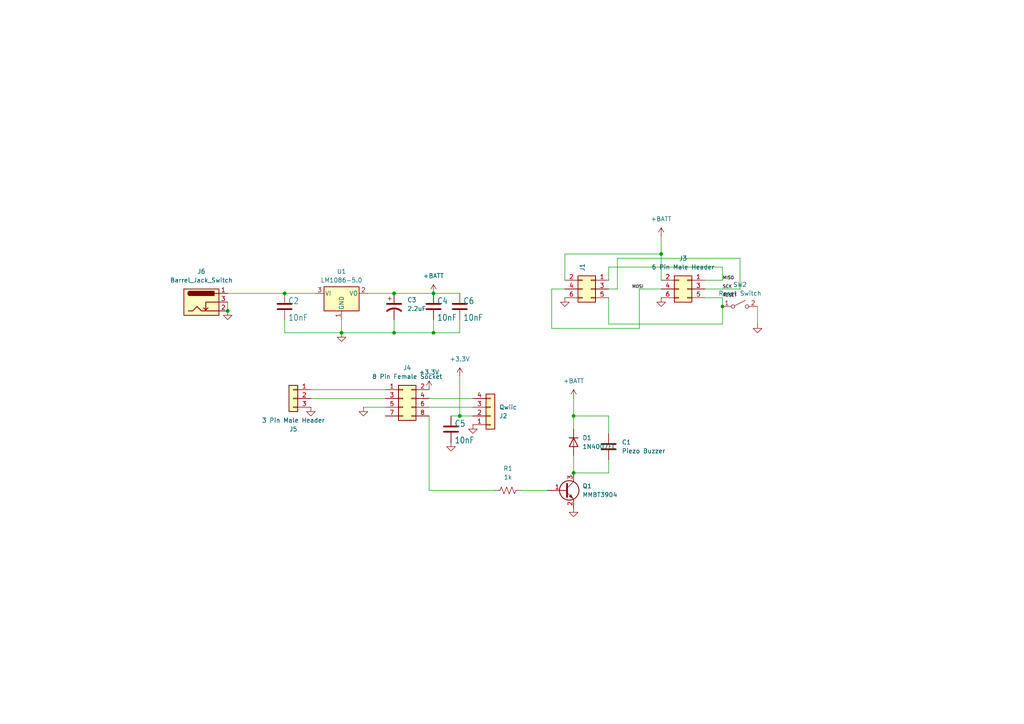
<source format=kicad_sch>
(kicad_sch (version 20231120) (generator "eeschema") (generator_version "8.0")
  (paper "A4")
  (lib_symbols
    (symbol "Connector:Barrel_Jack_Switch" (pin_names hide)
      (property "Reference" "J" (at 0 5.334 0))
      (property "Value" "Barrel_Jack_Switch" (at 0 -5.08 0))
      (symbol "Barrel_Jack_Switch_0_1"
        (rectangle (start -5.08 3.81) (end 5.08 -3.81) (stroke (width 0.254)) (fill (type background)))
        (arc (start -3.302 3.175) (mid -3.9343 2.54) (end -3.302 1.905) (stroke (width 0.254)))
        (arc (start -3.302 3.175) (mid -3.9343 2.54) (end -3.302 1.905) (stroke (width 0.254)) (fill (type outline)))
        (polyline (pts (xy 1.27 -2.286) (xy 1.905 -1.651)) (stroke (width 0.254)))
        (polyline (pts (xy 5.08 2.54) (xy 3.81 2.54)) (stroke (width 0.254)))
        (polyline (pts (xy 5.08 0) (xy 1.27 0) (xy 1.27 -2.286) (xy 0.635 -1.651)) (stroke (width 0.254)))
        (polyline (pts (xy -3.81 -2.54) (xy -2.54 -2.54) (xy -1.27 -1.27) (xy 0 -2.54) (xy 2.54 -2.54) (xy 5.08 -2.54)) (stroke (width 0.254)))
        (rectangle (start 3.683 3.175) (end -3.302 1.905) (stroke (width 0.254)) (fill (type outline)))
      )
      (symbol "Barrel_Jack_Switch_1_1"
        (pin passive line (at 7.62 2.54 180) (length 2.54) (name "~") (number "1"))
        (pin passive line (at 7.62 -2.54 180) (length 2.54) (name "~") (number "2"))
        (pin passive line (at 7.62 0 180) (length 2.54) (name "~") (number "3"))
      )
    )
    (symbol "Connector_Generic:Conn_01x03" (pin_names (offset 1.016) hide)
      (property "Reference" "J" (at 0 5.08 0))
      (property "Value" "Conn_01x03" (at 0 -5.08 0))
      (symbol "Conn_01x03_1_1"
        (rectangle (start -1.27 -2.413) (end 0 -2.667) (stroke (width 0.1524)))
        (rectangle (start -1.27 0.127) (end 0 -0.127) (stroke (width 0.1524)))
        (rectangle (start -1.27 2.667) (end 0 2.413) (stroke (width 0.1524)))
        (rectangle (start -1.27 3.81) (end 1.27 -3.81) (stroke (width 0.254)) (fill (type background)))
        (pin passive line (at -5.08 2.54 0) (length 3.81) (name "Pin_1") (number "1"))
        (pin passive line (at -5.08 0 0) (length 3.81) (name "Pin_2") (number "2"))
        (pin passive line (at -5.08 -2.54 0) (length 3.81) (name "Pin_3") (number "3"))
      )
    )
    (symbol "Connector_Generic:Conn_01x04" (pin_names (offset 1.016) hide)
      (property "Reference" "J" (at 0 5.08 0))
      (property "Value" "Conn_01x04" (at 0 -7.62 0))
      (symbol "Conn_01x04_1_1"
        (rectangle (start -1.27 -4.953) (end 0 -5.207) (stroke (width 0.1524)))
        (rectangle (start -1.27 -2.413) (end 0 -2.667) (stroke (width 0.1524)))
        (rectangle (start -1.27 0.127) (end 0 -0.127) (stroke (width 0.1524)))
        (rectangle (start -1.27 2.667) (end 0 2.413) (stroke (width 0.1524)))
        (rectangle (start -1.27 3.81) (end 1.27 -6.35) (stroke (width 0.254)) (fill (type background)))
        (pin passive line (at -5.08 2.54 0) (length 3.81) (name "Pin_1") (number "1"))
        (pin passive line (at -5.08 0 0) (length 3.81) (name "Pin_2") (number "2"))
        (pin passive line (at -5.08 -2.54 0) (length 3.81) (name "Pin_3") (number "3"))
        (pin passive line (at -5.08 -5.08 0) (length 3.81) (name "Pin_4") (number "4"))
      )
    )
    (symbol "Connector_Generic:Conn_02x03_Odd_Even" (pin_names (offset 1.016) hide)
      (property "Reference" "J" (at 1.27 5.08 0))
      (property "Value" "Conn_02x03_Odd_Even" (at 1.27 -5.08 0))
      (symbol "Conn_02x03_Odd_Even_1_1"
        (rectangle (start -1.27 -2.413) (end 0 -2.667) (stroke (width 0.1524)))
        (rectangle (start -1.27 0.127) (end 0 -0.127) (stroke (width 0.1524)))
        (rectangle (start -1.27 2.667) (end 0 2.413) (stroke (width 0.1524)))
        (rectangle (start -1.27 3.81) (end 3.81 -3.81) (stroke (width 0.254)) (fill (type background)))
        (rectangle (start 3.81 -2.413) (end 2.54 -2.667) (stroke (width 0.1524)))
        (rectangle (start 3.81 0.127) (end 2.54 -0.127) (stroke (width 0.1524)))
        (rectangle (start 3.81 2.667) (end 2.54 2.413) (stroke (width 0.1524)))
        (pin passive line (at -5.08 2.54 0) (length 3.81) (name "Pin_1") (number "1"))
        (pin passive line (at 7.62 2.54 180) (length 3.81) (name "Pin_2") (number "2"))
        (pin passive line (at -5.08 0 0) (length 3.81) (name "Pin_3") (number "3"))
        (pin passive line (at 7.62 0 180) (length 3.81) (name "Pin_4") (number "4"))
        (pin passive line (at -5.08 -2.54 0) (length 3.81) (name "Pin_5") (number "5"))
        (pin passive line (at 7.62 -2.54 180) (length 3.81) (name "Pin_6") (number "6"))
      )
    )
    (symbol "Connector_Generic:Conn_02x04_Odd_Even" (pin_names (offset 1.016) hide)
      (property "Reference" "J" (at 1.27 5.08 0))
      (property "Value" "Conn_02x04_Odd_Even" (at 1.27 -7.62 0))
      (symbol "Conn_02x04_Odd_Even_1_1"
        (rectangle (start -1.27 -4.953) (end 0 -5.207) (stroke (width 0.1524)))
        (rectangle (start -1.27 -2.413) (end 0 -2.667) (stroke (width 0.1524)))
        (rectangle (start -1.27 0.127) (end 0 -0.127) (stroke (width 0.1524)))
        (rectangle (start -1.27 2.667) (end 0 2.413) (stroke (width 0.1524)))
        (rectangle (start -1.27 3.81) (end 3.81 -6.35) (stroke (width 0.254)) (fill (type background)))
        (rectangle (start 3.81 -4.953) (end 2.54 -5.207) (stroke (width 0.1524)))
        (rectangle (start 3.81 -2.413) (end 2.54 -2.667) (stroke (width 0.1524)))
        (rectangle (start 3.81 0.127) (end 2.54 -0.127) (stroke (width 0.1524)))
        (rectangle (start 3.81 2.667) (end 2.54 2.413) (stroke (width 0.1524)))
        (pin passive line (at -5.08 2.54 0) (length 3.81) (name "Pin_1") (number "1"))
        (pin passive line (at 7.62 2.54 180) (length 3.81) (name "Pin_2") (number "2"))
        (pin passive line (at -5.08 0 0) (length 3.81) (name "Pin_3") (number "3"))
        (pin passive line (at 7.62 0 180) (length 3.81) (name "Pin_4") (number "4"))
        (pin passive line (at -5.08 -2.54 0) (length 3.81) (name "Pin_5") (number "5"))
        (pin passive line (at 7.62 -2.54 180) (length 3.81) (name "Pin_6") (number "6"))
        (pin passive line (at -5.08 -5.08 0) (length 3.81) (name "Pin_7") (number "7"))
        (pin passive line (at 7.62 -5.08 180) (length 3.81) (name "Pin_8") (number "8"))
      )
    )
    (symbol "Device:C" (pin_numbers hide) (pin_names (offset 0.254))
      (property "Reference" "C" (at 0.635 2.54 0))
      (property "Value" "C" (at 0.635 -2.54 0))
      (symbol "C_0_1"
        (polyline (pts (xy -2.032 -0.762) (xy 2.032 -0.762)) (stroke (width 0.508)))
        (polyline (pts (xy -2.032 0.762) (xy 2.032 0.762)) (stroke (width 0.508)))
      )
      (symbol "C_1_1"
        (pin passive line (at 0 3.81 270) (length 2.794) (name "~") (number "1"))
        (pin passive line (at 0 -3.81 90) (length 2.794) (name "~") (number "2"))
      )
    )
    (symbol "Device:C_Polarized_US" (pin_numbers hide) (pin_names (offset 0.254) hide)
      (property "Reference" "C" (at 0.635 2.54 0))
      (property "Value" "C_Polarized_US" (at 0.635 -2.54 0))
      (symbol "C_Polarized_US_0_1"
        (polyline (pts (xy -2.032 0.762) (xy 2.032 0.762)) (stroke (width 0.508)))
        (polyline (pts (xy -1.778 2.286) (xy -0.762 2.286)))
        (polyline (pts (xy -1.27 1.778) (xy -1.27 2.794)))
        (arc (start 2.032 -1.27) (mid 0 -0.5572) (end -2.032 -1.27) (stroke (width 0.508)))
      )
      (symbol "C_Polarized_US_1_1"
        (pin passive line (at 0 3.81 270) (length 2.794) (name "~") (number "1"))
        (pin passive line (at 0 -3.81 90) (length 3.302) (name "~") (number "2"))
      )
    )
    (symbol "Device:R_US" (pin_numbers hide) (pin_names (offset 0))
      (property "Reference" "R" (at 2.54 0 90))
      (property "Value" "R_US" (at -2.54 0 90))
      (symbol "R_US_0_1"
        (polyline (pts (xy 0 -2.286) (xy 0 -2.54)))
        (polyline (pts (xy 0 2.286) (xy 0 2.54)))
        (polyline (pts (xy 0 -0.762) (xy 1.016 -1.143) (xy 0 -1.524) (xy -1.016 -1.905) (xy 0 -2.286)))
        (polyline (pts (xy 0 0.762) (xy 1.016 0.381) (xy 0 0) (xy -1.016 -0.381) (xy 0 -0.762)))
        (polyline (pts (xy 0 2.286) (xy 1.016 1.905) (xy 0 1.524) (xy -1.016 1.143) (xy 0 0.762)))
      )
      (symbol "R_US_1_1"
        (pin passive line (at 0 3.81 270) (length 1.27) (name "~") (number "1"))
        (pin passive line (at 0 -3.81 90) (length 1.27) (name "~") (number "2"))
      )
    )
    (symbol "Diode:1N4148W" (pin_numbers hide) (pin_names hide)
      (property "Reference" "D" (at 0 2.54 0))
      (property "Value" "1N4148W" (at 0 -2.54 0))
      (symbol "1N4148W_0_1"
        (polyline (pts (xy -1.27 1.27) (xy -1.27 -1.27)) (stroke (width 0.254)))
        (polyline (pts (xy 1.27 0) (xy -1.27 0)))
        (polyline (pts (xy 1.27 1.27) (xy 1.27 -1.27) (xy -1.27 0) (xy 1.27 1.27)) (stroke (width 0.254)))
      )
      (symbol "1N4148W_1_1"
        (pin passive line (at -3.81 0 0) (length 2.54) (name "K") (number "1"))
        (pin passive line (at 3.81 0 180) (length 2.54) (name "A") (number "2"))
      )
    )
    (symbol "Regulator_Linear:LM1085-5.0" (pin_names (offset 0.254))
      (property "Reference" "U" (at -3.81 3.175 0))
      (property "Value" "LM1085-5.0" (at 0 3.175 0))
      (symbol "LM1085-5.0_0_1"
        (rectangle (start -5.08 1.905) (end 5.08 -5.08) (stroke (width 0.254)) (fill (type background)))
      )
      (symbol "LM1085-5.0_1_1"
        (pin power_in line (at 0 -7.62 90) (length 2.54) (name "GND") (number "1"))
        (pin power_out line (at 7.62 0 180) (length 2.54) (name "VO") (number "2"))
        (pin power_in line (at -7.62 0 0) (length 2.54) (name "VI") (number "3"))
      )
    )
    (symbol "Switch:SW_SPST" (pin_names (offset 0) hide)
      (property "Reference" "SW" (at 0 3.175 0))
      (property "Value" "SW_SPST" (at 0 -2.54 0))
      (symbol "SW_SPST_0_0"
        (circle (center -2.032 0) (radius 0.508))
        (polyline (pts (xy -1.524 0.254) (xy 1.524 1.778)))
        (circle (center 2.032 0) (radius 0.508))
      )
      (symbol "SW_SPST_1_1"
        (pin passive line (at -5.08 0 0) (length 2.54) (name "A") (number "1"))
        (pin passive line (at 5.08 0 180) (length 2.54) (name "B") (number "2"))
      )
    )
    (symbol "Transistor_BJT:MMBT3904" (pin_names (offset 0) hide)
      (property "Reference" "Q" (at 5.08 1.905 0))
      (property "Value" "MMBT3904" (at 5.08 0 0))
      (symbol "MMBT3904_0_1"
        (polyline (pts (xy 0.635 0.635) (xy 2.54 2.54)))
        (polyline (pts (xy 0.635 -0.635) (xy 2.54 -2.54) (xy 2.54 -2.54)))
        (polyline (pts (xy 0.635 1.905) (xy 0.635 -1.905) (xy 0.635 -1.905)) (stroke (width 0.508)))
        (polyline (pts (xy 1.27 -1.778) (xy 1.778 -1.27) (xy 2.286 -2.286) (xy 1.27 -1.778) (xy 1.27 -1.778)) (fill (type outline)))
        (circle (center 1.27 0) (radius 2.8194) (stroke (width 0.254)))
      )
      (symbol "MMBT3904_1_1"
        (pin input line (at -5.08 0 0) (length 5.715) (name "B") (number "1"))
        (pin passive line (at 2.54 -5.08 90) (length 2.54) (name "E") (number "2"))
        (pin passive line (at 2.54 5.08 270) (length 2.54) (name "C") (number "3"))
      )
    )
    (symbol "power:+3.3V" (power) (pin_numbers hide) (pin_names (offset 0) hide)
      (property "Value" "+3.3V" (at 0 3.556 0))
      (symbol "+3.3V_0_1"
        (polyline (pts (xy -0.762 1.27) (xy 0 2.54)))
        (polyline (pts (xy 0 0) (xy 0 2.54)))
        (polyline (pts (xy 0 2.54) (xy 0.762 1.27)))
      )
      (symbol "+3.3V_1_1"
        (pin power_in line (at 0 0 90) (length 0) (name "~") (number "1"))
      )
    )
    (symbol "power:+BATT" (power) (pin_numbers hide) (pin_names (offset 0) hide)
      (property "Value" "+BATT" (at 0 3.556 0))
      (symbol "+BATT_0_1"
        (polyline (pts (xy -0.762 1.27) (xy 0 2.54)))
        (polyline (pts (xy 0 0) (xy 0 2.54)))
        (polyline (pts (xy 0 2.54) (xy 0.762 1.27)))
      )
      (symbol "+BATT_1_1"
        (pin power_in line (at 0 0 90) (length 0) (name "~") (number "1"))
      )
    )
    (symbol "power:GND" (power) (pin_numbers hide) (pin_names (offset 0) hide)
      (property "Value" "GND" (at 0 -3.81 0))
      (symbol "GND_0_1"
        (polyline (pts (xy 0 0) (xy 0 -1.27) (xy 1.27 -1.27) (xy 0 -2.54) (xy -1.27 -1.27) (xy 0 -1.27)))
      )
      (symbol "GND_1_1"
        (pin power_in line (at 0 0 270) (length 0) (name "~") (number "1"))
      )
    )
  )
  (junction (at 191.77 73.66))
  (junction (at 209.55 88.9))
  (junction (at 125.73 96.52))
  (junction (at 82.55 85.09))
  (junction (at 166.37 120.65))
  (junction (at 114.3 85.09))
  (junction (at 99.06 96.52))
  (junction (at 114.3 96.52))
  (junction (at 125.73 85.09))
  (junction (at 133.35 120.65))
  (junction (at 66.04 90.17))
  (junction (at 166.37 137.16))
  (wire (pts (xy 66.04 87.63) (xy 66.04 90.17)))
  (wire (pts (xy 176.53 83.82) (xy 179.07 83.82)))
  (wire (pts (xy 106.68 85.09) (xy 114.3 85.09)))
  (wire (pts (xy 82.55 85.09) (xy 91.44 85.09)))
  (wire (pts (xy 166.37 120.65) (xy 166.37 124.46)))
  (wire (pts (xy 191.77 83.82) (xy 186.69 83.82)) (stroke (width 0.1524)))
  (wire (pts (xy 176.53 137.16) (xy 166.37 137.16)))
  (wire (pts (xy 125.73 85.09) (xy 133.35 85.09)))
  (wire (pts (xy 124.46 120.65) (xy 124.46 142.24)))
  (wire (pts (xy 176.53 86.36) (xy 176.53 93.98)))
  (wire (pts (xy 163.83 73.66) (xy 191.77 73.66)))
  (wire (pts (xy 114.3 96.52) (xy 99.06 96.52)))
  (wire (pts (xy 125.73 96.52) (xy 114.3 96.52)))
  (wire (pts (xy 166.37 115.57) (xy 166.37 120.65)))
  (wire (pts (xy 66.04 85.09) (xy 82.55 85.09)))
  (wire (pts (xy 124.46 118.11) (xy 137.16 118.11)))
  (wire (pts (xy 185.42 83.82) (xy 186.69 83.82)))
  (wire (pts (xy 191.77 68.58) (xy 191.77 73.66)))
  (wire (pts (xy 133.35 120.65) (xy 137.16 120.65)))
  (wire (pts (xy 133.35 96.52) (xy 125.73 96.52)))
  (wire (pts (xy 105.41 118.11) (xy 111.76 118.11)))
  (wire (pts (xy 163.83 83.82) (xy 160.02 83.82)))
  (wire (pts (xy 209.55 88.9) (xy 209.55 93.98)))
  (wire (pts (xy 90.17 115.57) (xy 111.76 115.57)))
  (wire (pts (xy 214.63 74.93) (xy 214.63 83.82)))
  (wire (pts (xy 204.47 83.82) (xy 209.55 83.82)) (stroke (width 0.1524)))
  (wire (pts (xy 209.55 77.47) (xy 209.55 81.28)))
  (wire (pts (xy 191.77 73.66) (xy 191.77 81.28)))
  (wire (pts (xy 163.83 81.28) (xy 163.83 73.66)))
  (wire (pts (xy 209.55 86.36) (xy 209.55 88.9)))
  (wire (pts (xy 176.53 77.47) (xy 209.55 77.47)))
  (wire (pts (xy 166.37 132.08) (xy 166.37 137.16)))
  (wire (pts (xy 176.53 133.35) (xy 176.53 137.16)))
  (wire (pts (xy 124.46 142.24) (xy 143.51 142.24)))
  (wire (pts (xy 219.71 88.9) (xy 219.71 93.98)))
  (wire (pts (xy 204.47 81.28) (xy 209.55 81.28)) (stroke (width 0.1524)))
  (wire (pts (xy 99.06 92.71) (xy 99.06 96.52)))
  (wire (pts (xy 133.35 109.22) (xy 133.35 120.65)))
  (wire (pts (xy 82.55 92.71) (xy 82.55 96.52)))
  (wire (pts (xy 82.55 96.52) (xy 99.06 96.52)))
  (wire (pts (xy 214.63 83.82) (xy 209.55 83.82)))
  (wire (pts (xy 125.73 92.71) (xy 125.73 96.52)))
  (wire (pts (xy 133.35 92.71) (xy 133.35 96.52)))
  (wire (pts (xy 160.02 83.82) (xy 160.02 95.25)))
  (wire (pts (xy 90.17 113.03) (xy 111.76 113.03)))
  (wire (pts (xy 176.53 81.28) (xy 176.53 77.47)))
  (wire (pts (xy 130.81 120.65) (xy 133.35 120.65)))
  (wire (pts (xy 124.46 115.57) (xy 137.16 115.57)))
  (wire (pts (xy 114.3 85.09) (xy 125.73 85.09)))
  (wire (pts (xy 176.53 125.73) (xy 176.53 120.65)))
  (wire (pts (xy 179.07 74.93) (xy 214.63 74.93)))
  (wire (pts (xy 114.3 92.71) (xy 114.3 96.52)))
  (wire (pts (xy 176.53 93.98) (xy 209.55 93.98)))
  (wire (pts (xy 204.47 86.36) (xy 209.55 86.36)) (stroke (width 0.1524)))
  (wire (pts (xy 185.42 95.25) (xy 185.42 83.82)))
  (wire (pts (xy 160.02 95.25) (xy 185.42 95.25)))
  (wire (pts (xy 158.75 142.24) (xy 151.13 142.24)))
  (wire (pts (xy 179.07 83.82) (xy 179.07 74.93)))
  (wire (pts (xy 176.53 120.65) (xy 166.37 120.65)))
  (label "MOSI" (at 186.69 83.82 180) (effects (font (size 0.889 0.889))))
  (label "MISO" (at 209.55 81.28 0) (effects (font (size 0.889 0.889))))
  (label "RESET" (at 209.55 86.36 0) (effects (font (size 0.889 0.889))))
  (label "SCK" (at 209.55 83.82 0) (effects (font (size 0.889 0.889))))
  (symbol (lib_id "Connector:Barrel_Jack_Switch") (at 58.42 87.63 0) (unit 1)
    (property "Reference" "J6" (at 58.42 78.74 0))
    (property "Value" "Barrel_Jack_Switch" (at 58.42 81.28 0))
    (property "Footprint" "Connector_BarrelJack:BarrelJack_CLIFF_FC681465S_SMT_Horizontal" (effects (hide yes)))
    (property "Description" "DC Barrel Jack with an internal switch" (effects (hide yes)))
    (property "Digikey" "CP-002AHPJCT-ND " (effects (hide yes)))
  )
  (symbol (lib_id "power:GND") (at 191.77 86.36 0) (unit 1)
    (property "Reference" "#SUPPLY02" (effects (hide yes)))
    (property "Value" "GND" (effects (hide yes)))
    (property "Description" "Power symbol creates a global label with name \"GND\" , ground" (effects (hide yes)))
  )
  (symbol (lib_id "Device:C") (at 130.81 124.46 0) (unit 1)
    (property "Reference" "C5" (at 131.826 123.825 0) (effects (font (size 1.778 1.5113)) (justify left bottom)))
    (property "Value" "10nF" (at 131.826 128.651 0) (effects (font (size 1.778 1.5113)) (justify left bottom)))
    (property "Footprint" "Capacitor_SMD:C_0805_2012Metric" (effects (hide yes)))
    (property "Description" "Unpolarized capacitor" (effects (hide yes)))
    (property "Digikey" "399-1158-1-ND" (effects (hide yes)))
  )
  (symbol (lib_id "power:GND") (at 137.16 123.19 0) (unit 1)
    (property "Reference" "#SUPPLY01" (effects (hide yes)))
    (property "Value" "GND" (effects (hide yes)))
    (property "Description" "Power symbol creates a global label with name \"GND\" , ground" (effects (hide yes)))
  )
  (symbol (lib_id "power:+3.3V") (at 133.35 109.22 0) (unit 1)
    (property "Reference" "#PWR03" (effects (hide yes)))
    (property "Value" "+3.3V" (at 133.35 104.14 0))
    (property "Description" "Power symbol creates a global label with name \"+3.3V\"" (effects (hide yes)))
  )
  (symbol (lib_id "power:GND") (at 99.06 96.52 0) (unit 1)
    (property "Reference" "#SUPPLY08" (effects (hide yes)))
    (property "Value" "GND" (effects (hide yes)))
    (property "Description" "Power symbol creates a global label with name \"GND\" , ground" (effects (hide yes)))
  )
  (symbol (lib_id "power:+BATT") (at 191.77 68.58 0) (unit 1)
    (property "Reference" "#PWR02" (effects (hide yes)))
    (property "Value" "+BATT" (at 191.77 63.5 0))
    (property "Description" "Power symbol creates a global label with name \"+BATT\"" (effects (hide yes)))
  )
  (symbol (lib_id "power:GND") (at 219.71 93.98 0) (unit 1)
    (property "Reference" "#SUPPLY010" (effects (hide yes)))
    (property "Value" "GND" (effects (hide yes)))
    (property "Description" "Power symbol creates a global label with name \"GND\" , ground" (effects (hide yes)))
  )
  (symbol (lib_id "Connector_Generic:Conn_02x03_Odd_Even") (at 171.45 83.82 0) (mirror y) (unit 1)
    (property "Reference" "J1" (at 168.9099 78.74 90) (effects (justify left)))
    (property "Value" "6 Pin Female Socket" (effects (hide yes)))
    (property "Footprint" "Connector_PinHeader_2.54mm:PinHeader_2x03_P2.54mm_Vertical" (effects (hide yes)))
    (property "Description" "Generic connector, double row, 02x03, odd/even pin numbering scheme (row 1 odd numbers, row 2 even numbers), script generated (kicad-library-utils/schlib/autogen/connector/)" (effects (hide yes)))
    (property "Digikey" "952-1781-ND" (effects (hide yes)))
  )
  (symbol (lib_id "Connector_Generic:Conn_01x03") (at 85.09 115.57 0) (mirror y) (unit 1)
    (property "Reference" "J5" (at 85.09 124.46 0))
    (property "Value" "3 Pin Male Header" (at 85.09 121.92 0))
    (property "Footprint" "Connector_PinHeader_2.54mm:PinHeader_1x03_P2.54mm_Vertical" (effects (hide yes)))
    (property "Description" "Generic connector, single row, 01x03, script generated (kicad-library-utils/schlib/autogen/connector/)" (effects (hide yes)))
    (property "Digikey" "732-5316-ND" (effects (hide yes)))
  )
  (symbol (lib_id "Device:C_Polarized_US") (at 114.3 88.9 0) (unit 1)
    (property "Reference" "C3" (at 118.11 86.9949 0) (effects (justify left)))
    (property "Value" "2.2uF" (at 118.11 89.5349 0) (effects (justify left)))
    (property "Footprint" "Capacitor_SMD:C_0805_2012Metric" (effects (hide yes)))
    (property "Description" "Polarized capacitor, US symbol" (effects (hide yes)))
    (property "Digikey" "445-1420-2-ND" (effects (hide yes)))
  )
  (symbol (lib_id "power:GND") (at 90.17 118.11 0) (unit 1)
    (property "Reference" "#SUPPLY05" (effects (hide yes)))
    (property "Value" "GND" (effects (hide yes)))
    (property "Description" "Power symbol creates a global label with name \"GND\" , ground" (effects (hide yes)))
  )
  (symbol (lib_id "Device:C") (at 133.35 88.9 0) (unit 1)
    (property "Reference" "C6" (at 134.366 88.265 0) (effects (font (size 1.778 1.5113)) (justify left bottom)))
    (property "Value" "10nF" (at 134.366 93.091 0) (effects (font (size 1.778 1.5113)) (justify left bottom)))
    (property "Footprint" "Capacitor_SMD:C_0805_2012Metric" (effects (hide yes)))
    (property "Description" "Unpolarized capacitor" (effects (hide yes)))
    (property "Digikey" "399-1158-1-ND" (effects (hide yes)))
  )
  (symbol (lib_id "Connector_Generic:Conn_01x04") (at 142.24 120.65 0) (mirror x) (unit 1)
    (property "Reference" "J2" (at 144.78 120.6501 0) (effects (justify left)))
    (property "Value" "Qwiic" (at 144.78 118.1101 0) (effects (justify left)))
    (property "Footprint" "Connector_JST:JST_SH_SM04B-SRSS-TB_1x04-1MP_P1.00mm_Horizontal" (effects (hide yes)))
    (property "Description" "Generic connector, single row, 01x04, script generated (kicad-library-utils/schlib/autogen/connector/)" (effects (hide yes)))
    (property "Digikey" "455-1804-1-ND" (effects (hide yes)))
  )
  (symbol (lib_id "Transistor_BJT:MMBT3904") (at 163.83 142.24 0) (unit 1)
    (property "Reference" "Q1" (at 168.91 140.9699 0) (effects (justify left)))
    (property "Value" "MMBT3904" (at 168.91 143.5099 0) (effects (justify left)))
    (property "Footprint" "Package_TO_SOT_SMD:SOT-23" (effects (hide yes)))
    (property "Datasheet" "https://www.onsemi.com/pdf/datasheet/pzt3904-d.pdf" (effects (hide yes)))
    (property "Description" "0.2A Ic, 40V Vce, Small Signal NPN Transistor, SOT-23" (effects (hide yes)))
    (property "Digikey" "MMBT3904TPMSCT-ND" (effects (hide yes)))
  )
  (symbol (lib_id "power:GND") (at 130.81 128.27 0) (unit 1)
    (property "Reference" "#SUPPLY09" (effects (hide yes)))
    (property "Value" "GND" (effects (hide yes)))
    (property "Description" "Power symbol creates a global label with name \"GND\" , ground" (effects (hide yes)))
  )
  (symbol (lib_id "power:+3.3V") (at 124.46 113.03 0) (unit 1)
    (property "Reference" "#PWR01" (effects (hide yes)))
    (property "Value" "+3.3V" (at 124.46 107.95 0))
    (property "Description" "Power symbol creates a global label with name \"+3.3V\"" (effects (hide yes)))
  )
  (symbol (lib_id "power:+BATT") (at 125.73 85.09 0) (unit 1)
    (property "Reference" "#PWR05" (effects (hide yes)))
    (property "Value" "+BATT" (at 125.73 80.01 0))
    (property "Description" "Power symbol creates a global label with name \"+BATT\"" (effects (hide yes)))
  )
  (symbol (lib_id "Connector_Generic:Conn_02x04_Odd_Even") (at 116.84 115.57 0) (unit 1)
    (property "Reference" "J4" (at 118.11 106.68 0))
    (property "Value" "8 Pin Female Socket" (at 118.11 109.22 0))
    (property "Footprint" "Connector_PinHeader_2.54mm:PinHeader_2x04_P2.54mm_Vertical" (effects (hide yes)))
    (property "Description" "Generic connector, double row, 02x04, odd/even pin numbering scheme (row 1 odd numbers, row 2 even numbers), script generated (kicad-library-utils/schlib/autogen/connector/)" (effects (hide yes)))
    (property "Digikey" "952-1790-ND" (effects (hide yes)))
  )
  (symbol (lib_id "power:GND") (at 66.04 90.17 0) (unit 1)
    (property "Reference" "#SUPPLY07" (effects (hide yes)))
    (property "Value" "GND" (effects (hide yes)))
    (property "Description" "Power symbol creates a global label with name \"GND\" , ground" (effects (hide yes)))
  )
  (symbol (lib_id "power:GND") (at 163.83 86.36 0) (unit 1)
    (property "Reference" "#SUPPLY03" (effects (hide yes)))
    (property "Value" "GND" (effects (hide yes)))
    (property "Description" "Power symbol creates a global label with name \"GND\" , ground" (effects (hide yes)))
  )
  (symbol (lib_id "Device:C") (at 82.55 88.9 0) (unit 1)
    (property "Reference" "C2" (at 83.566 88.265 0) (effects (font (size 1.778 1.5113)) (justify left bottom)))
    (property "Value" "10nF" (at 83.566 93.091 0) (effects (font (size 1.778 1.5113)) (justify left bottom)))
    (property "Footprint" "Capacitor_SMD:C_0805_2012Metric" (effects (hide yes)))
    (property "Description" "Unpolarized capacitor" (effects (hide yes)))
    (property "Digikey" "399-1158-1-ND" (effects (hide yes)))
  )
  (symbol (lib_id "power:GND") (at 105.41 118.11 0) (unit 1)
    (property "Reference" "#SUPPLY04" (effects (hide yes)))
    (property "Value" "GND" (effects (hide yes)))
    (property "Description" "Power symbol creates a global label with name \"GND\" , ground" (effects (hide yes)))
  )
  (symbol (lib_id "power:GND") (at 166.37 147.32 0) (unit 1)
    (property "Reference" "#SUPPLY06" (effects (hide yes)))
    (property "Value" "GND" (effects (hide yes)))
    (property "Description" "Power symbol creates a global label with name \"GND\" , ground" (effects (hide yes)))
  )
  (symbol (lib_id "Device:C") (at 125.73 88.9 0) (unit 1)
    (property "Reference" "C4" (at 126.746 88.265 0) (effects (font (size 1.778 1.5113)) (justify left bottom)))
    (property "Value" "10nF" (at 126.746 93.091 0) (effects (font (size 1.778 1.5113)) (justify left bottom)))
    (property "Footprint" "Capacitor_SMD:C_0805_2012Metric" (effects (hide yes)))
    (property "Description" "Unpolarized capacitor" (effects (hide yes)))
    (property "Digikey" "399-1158-1-ND" (effects (hide yes)))
  )
  (symbol (lib_id "Switch:SW_SPST") (at 214.63 88.9 0) (unit 1)
    (property "Reference" "SW2" (at 214.63 82.55 0))
    (property "Value" "Reset Switch" (at 214.63 85.09 0))
    (property "Footprint" "Button_Switch_SMD:SW_SPST_B3S-1000" (effects (hide yes)))
    (property "Description" "Single Pole Single Throw (SPST) switch" (effects (hide yes)))
    (property "Digikey" "CKN9104CT-ND" (effects (hide yes)))
  )
  (symbol (lib_id "Device:C") (at 176.53 129.54 0) (unit 1)
    (property "Reference" "C1" (at 180.34 128.2699 0) (effects (justify left)))
    (property "Value" "Piezo Buzzer" (at 180.34 130.8099 0) (effects (justify left)))
    (property "Footprint" "Capacitor_THT:CP_Radial_D12.5mm_P7.50mm" (effects (hide yes)))
    (property "Description" "Unpolarized capacitor" (effects (hide yes)))
    (property "Digikey" "102-1155-ND" (effects (hide yes)))
  )
  (symbol (lib_id "Diode:1N4148W") (at 166.37 128.27 270) (unit 1)
    (property "Reference" "D1" (at 168.91 126.9999 90) (effects (justify left)))
    (property "Value" "1N4007FL" (at 168.91 129.5399 90) (effects (justify left)))
    (property "Footprint" "Diode_SMD:D_SOD-123" (effects (hide yes)))
    (property "Description" "75V 0.15A Fast Switching Diode, SOD-123" (effects (hide yes)))
    (property "Sim.Device" "D" (effects (hide yes)))
    (property "Sim.Pins" "1=K 2=A" (effects (hide yes)))
    (property "Digikey" "1655-1N4007FLCT-ND" (effects (hide yes)))
  )
  (symbol (lib_id "Device:R_US") (at 147.32 142.24 90) (unit 1)
    (property "Reference" "R1" (at 147.32 135.89 90))
    (property "Value" "1k" (at 147.32 138.43 90))
    (property "Footprint" "Resistor_SMD:R_0805_2012Metric" (effects (hide yes)))
    (property "Description" "Resistor, US symbol" (effects (hide yes)))
    (property "Digikey" "311-1.0KARCT-ND" (effects (hide yes)))
  )
  (symbol (lib_id "power:+BATT") (at 166.37 115.57 0) (unit 1)
    (property "Reference" "#PWR04" (effects (hide yes)))
    (property "Value" "+BATT" (at 166.37 110.49 0))
    (property "Description" "Power symbol creates a global label with name \"+BATT\"" (effects (hide yes)))
  )
  (symbol (lib_id "Regulator_Linear:LM1085-5.0") (at 99.06 85.09 0) (unit 1)
    (property "Reference" "U1" (at 99.06 78.74 0))
    (property "Value" "LM1086-5.0" (at 99.06 81.28 0))
    (property "Footprint" "Package_TO_SOT_SMD:TO-263-3_TabPin2" (effects (hide yes)))
    (property "Description" "3A 25V Linear Regulator, Fixed Output 5.0V, TO-220/TO-263" (effects (hide yes)))
    (property "Digikey" "LM1086ISX-5.0/NOPBCT-ND" (effects (hide yes)))
  )
  (symbol (lib_id "Connector_Generic:Conn_02x03_Odd_Even") (at 199.39 83.82 0) (mirror y) (unit 1)
    (property "Reference" "J3" (at 198.12 74.93 0))
    (property "Value" "6 Pin Male Header" (at 198.12 77.47 0))
    (property "Footprint" "Connector_PinHeader_2.54mm:PinHeader_2x03_P2.54mm_Vertical" (effects (hide yes)))
    (property "Description" "Generic connector, double row, 02x03, odd/even pin numbering scheme (row 1 odd numbers, row 2 even numbers), script generated (kicad-library-utils/schlib/autogen/connector/)" (effects (hide yes)))
    (property "Digikey" "732-5394-ND" (effects (hide yes)))
  )
)
</source>
